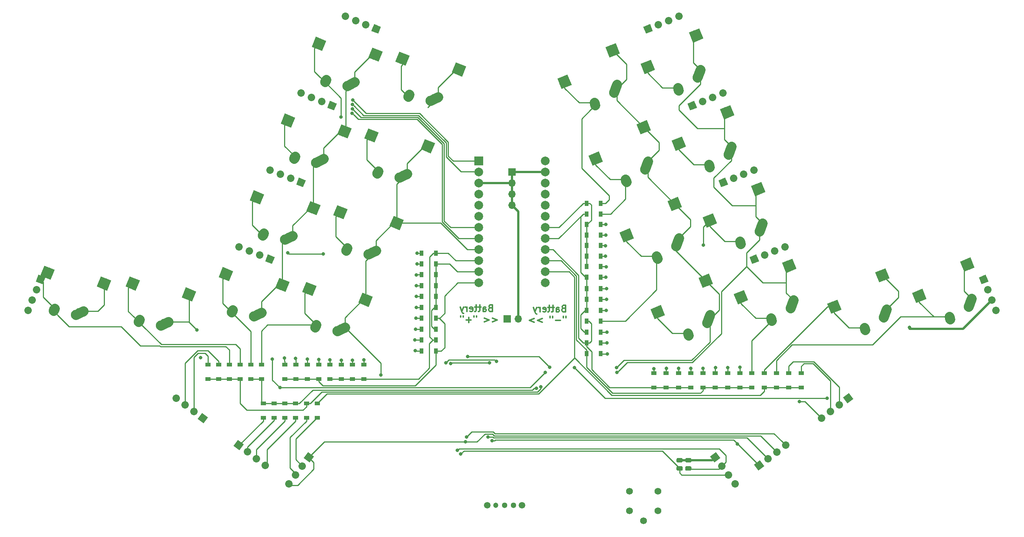
<source format=gbr>
G04 #@! TF.GenerationSoftware,KiCad,Pcbnew,(5.1.4)-1*
G04 #@! TF.CreationDate,2023-05-25T13:23:40-04:00*
G04 #@! TF.ProjectId,ThumbsUp,5468756d-6273-4557-902e-6b696361645f,rev?*
G04 #@! TF.SameCoordinates,Original*
G04 #@! TF.FileFunction,Copper,L2,Bot*
G04 #@! TF.FilePolarity,Positive*
%FSLAX46Y46*%
G04 Gerber Fmt 4.6, Leading zero omitted, Abs format (unit mm)*
G04 Created by KiCad (PCBNEW (5.1.4)-1) date 2023-05-25 13:23:40*
%MOMM*%
%LPD*%
G04 APERTURE LIST*
%ADD10C,0.300000*%
%ADD11R,2.000000X2.000000*%
%ADD12C,2.000000*%
%ADD13C,1.575000*%
%ADD14C,1.700000*%
%ADD15C,1.700000*%
%ADD16C,0.100000*%
%ADD17C,2.500000*%
%ADD18C,2.250000*%
%ADD19C,2.250000*%
%ADD20R,1.700000X1.700000*%
%ADD21O,1.700000X1.700000*%
%ADD22C,1.500000*%
%ADD23C,1.200000*%
%ADD24C,1.300000*%
%ADD25C,0.975000*%
%ADD26R,0.900000X1.200000*%
%ADD27R,1.200000X0.900000*%
%ADD28C,0.800000*%
%ADD29C,0.508000*%
%ADD30C,0.254000*%
G04 APERTURE END LIST*
D10*
X154278571Y-30817857D02*
X154064285Y-30889285D01*
X153992857Y-30960714D01*
X153921428Y-31103571D01*
X153921428Y-31317857D01*
X153992857Y-31460714D01*
X154064285Y-31532142D01*
X154207142Y-31603571D01*
X154778571Y-31603571D01*
X154778571Y-30103571D01*
X154278571Y-30103571D01*
X154135714Y-30175000D01*
X154064285Y-30246428D01*
X153992857Y-30389285D01*
X153992857Y-30532142D01*
X154064285Y-30675000D01*
X154135714Y-30746428D01*
X154278571Y-30817857D01*
X154778571Y-30817857D01*
X152635714Y-31603571D02*
X152635714Y-30817857D01*
X152707142Y-30675000D01*
X152850000Y-30603571D01*
X153135714Y-30603571D01*
X153278571Y-30675000D01*
X152635714Y-31532142D02*
X152778571Y-31603571D01*
X153135714Y-31603571D01*
X153278571Y-31532142D01*
X153350000Y-31389285D01*
X153350000Y-31246428D01*
X153278571Y-31103571D01*
X153135714Y-31032142D01*
X152778571Y-31032142D01*
X152635714Y-30960714D01*
X152135714Y-30603571D02*
X151564285Y-30603571D01*
X151921428Y-30103571D02*
X151921428Y-31389285D01*
X151850000Y-31532142D01*
X151707142Y-31603571D01*
X151564285Y-31603571D01*
X151278571Y-30603571D02*
X150707142Y-30603571D01*
X151064285Y-30103571D02*
X151064285Y-31389285D01*
X150992857Y-31532142D01*
X150850000Y-31603571D01*
X150707142Y-31603571D01*
X149635714Y-31532142D02*
X149778571Y-31603571D01*
X150064285Y-31603571D01*
X150207142Y-31532142D01*
X150278571Y-31389285D01*
X150278571Y-30817857D01*
X150207142Y-30675000D01*
X150064285Y-30603571D01*
X149778571Y-30603571D01*
X149635714Y-30675000D01*
X149564285Y-30817857D01*
X149564285Y-30960714D01*
X150278571Y-31103571D01*
X148921428Y-31603571D02*
X148921428Y-30603571D01*
X148921428Y-30889285D02*
X148850000Y-30746428D01*
X148778571Y-30675000D01*
X148635714Y-30603571D01*
X148492857Y-30603571D01*
X148135714Y-30603571D02*
X147778571Y-31603571D01*
X147421428Y-30603571D02*
X147778571Y-31603571D01*
X147921428Y-31960714D01*
X147992857Y-32032142D01*
X148135714Y-32103571D01*
X154814285Y-32653571D02*
X154814285Y-32939285D01*
X154242857Y-32653571D02*
X154242857Y-32939285D01*
X153600000Y-33582142D02*
X152457142Y-33582142D01*
X151814285Y-32653571D02*
X151814285Y-32939285D01*
X151242857Y-32653571D02*
X151242857Y-32939285D01*
X149457142Y-33153571D02*
X148314285Y-33582142D01*
X149457142Y-34010714D01*
X147600000Y-33153571D02*
X146457142Y-33582142D01*
X147600000Y-34010714D01*
X137507142Y-30717857D02*
X137292857Y-30789285D01*
X137221428Y-30860714D01*
X137150000Y-31003571D01*
X137150000Y-31217857D01*
X137221428Y-31360714D01*
X137292857Y-31432142D01*
X137435714Y-31503571D01*
X138007142Y-31503571D01*
X138007142Y-30003571D01*
X137507142Y-30003571D01*
X137364285Y-30075000D01*
X137292857Y-30146428D01*
X137221428Y-30289285D01*
X137221428Y-30432142D01*
X137292857Y-30575000D01*
X137364285Y-30646428D01*
X137507142Y-30717857D01*
X138007142Y-30717857D01*
X135864285Y-31503571D02*
X135864285Y-30717857D01*
X135935714Y-30575000D01*
X136078571Y-30503571D01*
X136364285Y-30503571D01*
X136507142Y-30575000D01*
X135864285Y-31432142D02*
X136007142Y-31503571D01*
X136364285Y-31503571D01*
X136507142Y-31432142D01*
X136578571Y-31289285D01*
X136578571Y-31146428D01*
X136507142Y-31003571D01*
X136364285Y-30932142D01*
X136007142Y-30932142D01*
X135864285Y-30860714D01*
X135364285Y-30503571D02*
X134792857Y-30503571D01*
X135150000Y-30003571D02*
X135150000Y-31289285D01*
X135078571Y-31432142D01*
X134935714Y-31503571D01*
X134792857Y-31503571D01*
X134507142Y-30503571D02*
X133935714Y-30503571D01*
X134292857Y-30003571D02*
X134292857Y-31289285D01*
X134221428Y-31432142D01*
X134078571Y-31503571D01*
X133935714Y-31503571D01*
X132864285Y-31432142D02*
X133007142Y-31503571D01*
X133292857Y-31503571D01*
X133435714Y-31432142D01*
X133507142Y-31289285D01*
X133507142Y-30717857D01*
X133435714Y-30575000D01*
X133292857Y-30503571D01*
X133007142Y-30503571D01*
X132864285Y-30575000D01*
X132792857Y-30717857D01*
X132792857Y-30860714D01*
X133507142Y-31003571D01*
X132150000Y-31503571D02*
X132150000Y-30503571D01*
X132150000Y-30789285D02*
X132078571Y-30646428D01*
X132007142Y-30575000D01*
X131864285Y-30503571D01*
X131721428Y-30503571D01*
X131364285Y-30503571D02*
X131007142Y-31503571D01*
X130650000Y-30503571D02*
X131007142Y-31503571D01*
X131150000Y-31860714D01*
X131221428Y-31932142D01*
X131364285Y-32003571D01*
X137971428Y-33053571D02*
X139114285Y-33482142D01*
X137971428Y-33910714D01*
X136114285Y-33053571D02*
X137257142Y-33482142D01*
X136114285Y-33910714D01*
X134328571Y-32553571D02*
X134328571Y-32839285D01*
X133757142Y-32553571D02*
X133757142Y-32839285D01*
X133114285Y-33482142D02*
X131971428Y-33482142D01*
X132542857Y-34053571D02*
X132542857Y-32910714D01*
X131328571Y-32553571D02*
X131328571Y-32839285D01*
X130757142Y-32553571D02*
X130757142Y-32839285D01*
D11*
X134880000Y2970000D03*
D12*
X134880000Y430000D03*
X134880000Y-2110000D03*
X134880000Y-4650000D03*
X134880000Y-7190000D03*
X134880000Y-9730000D03*
X134880000Y-12270000D03*
X134880000Y-14810000D03*
X134880000Y-17350000D03*
X134880000Y-19890000D03*
X134880000Y-22430000D03*
X134880000Y-24970000D03*
X150120000Y-24970000D03*
X150120000Y-22430000D03*
X150120000Y-19890000D03*
X150120000Y-17350000D03*
X150120000Y-14810000D03*
X150120000Y-12270000D03*
X150120000Y-9730000D03*
X150120000Y-7190000D03*
X150120000Y-4650000D03*
X150120000Y-2110000D03*
X150120000Y430000D03*
X150120000Y2970000D03*
D13*
X175900000Y-72800000D03*
X175900000Y-77300000D03*
X169400000Y-72800000D03*
X169400000Y-77300000D03*
X172650000Y-79550000D03*
D14*
X213460025Y-56037912D03*
D15*
X213460025Y-56037912D02*
X213460025Y-56037912D01*
D14*
X215488560Y-54509302D03*
D15*
X215488560Y-54509302D02*
X215488560Y-54509302D01*
D14*
X217517094Y-52980692D03*
D15*
X217517094Y-52980692D02*
X217517094Y-52980692D01*
D14*
X219545628Y-51452082D03*
D16*
G36*
X218355245Y-51284785D02*
G01*
X219712925Y-50261699D01*
X220736011Y-51619379D01*
X219378331Y-52642465D01*
X218355245Y-51284785D01*
X218355245Y-51284785D01*
G37*
D14*
X85936497Y-66811130D03*
D15*
X85936497Y-66811130D02*
X85936497Y-66811130D01*
D14*
X83907962Y-65282520D03*
D15*
X83907962Y-65282520D02*
X83907962Y-65282520D01*
D14*
X81879428Y-63753910D03*
D15*
X81879428Y-63753910D02*
X81879428Y-63753910D01*
D14*
X79850894Y-62225300D03*
D16*
G36*
X79683597Y-61034917D02*
G01*
X81041277Y-62058003D01*
X80018191Y-63415683D01*
X78660511Y-62392597D01*
X79683597Y-61034917D01*
X79683597Y-61034917D01*
G37*
D14*
X71590133Y-56039707D03*
D16*
G36*
X71422836Y-54849324D02*
G01*
X72780516Y-55872410D01*
X71757430Y-57230090D01*
X70399750Y-56207004D01*
X71422836Y-54849324D01*
X71422836Y-54849324D01*
G37*
D14*
X69561599Y-54511097D03*
D15*
X69561599Y-54511097D02*
X69561599Y-54511097D01*
D14*
X67533065Y-52982487D03*
D15*
X67533065Y-52982487D02*
X67533065Y-52982487D01*
D14*
X65504530Y-51453877D03*
D15*
X65504530Y-51453877D02*
X65504530Y-51453877D01*
D14*
X95944722Y-64961851D03*
D16*
G36*
X94754339Y-65129148D02*
G01*
X95777425Y-63771468D01*
X97135105Y-64794554D01*
X96112019Y-66152234D01*
X94754339Y-65129148D01*
X94754339Y-65129148D01*
G37*
D14*
X94416112Y-66990385D03*
D15*
X94416112Y-66990385D02*
X94416112Y-66990385D01*
D14*
X92887502Y-69018919D03*
D15*
X92887502Y-69018919D02*
X92887502Y-69018919D01*
D14*
X91358892Y-71047454D03*
D15*
X91358892Y-71047454D02*
X91358892Y-71047454D01*
D14*
X205191279Y-62229523D03*
D15*
X205191279Y-62229523D02*
X205191279Y-62229523D01*
D14*
X203162744Y-63758133D03*
D15*
X203162744Y-63758133D02*
X203162744Y-63758133D01*
D14*
X201134210Y-65286743D03*
D15*
X201134210Y-65286743D02*
X201134210Y-65286743D01*
D14*
X199105676Y-66815353D03*
D16*
G36*
X197915293Y-66648056D02*
G01*
X199272973Y-65624970D01*
X200296059Y-66982650D01*
X198938379Y-68005736D01*
X197915293Y-66648056D01*
X197915293Y-66648056D01*
G37*
D14*
X193667308Y-71063713D03*
D15*
X193667308Y-71063713D02*
X193667308Y-71063713D01*
D14*
X192138698Y-69035178D03*
D15*
X192138698Y-69035178D02*
X192138698Y-69035178D01*
D14*
X190610088Y-67006644D03*
D15*
X190610088Y-67006644D02*
X190610088Y-67006644D01*
D14*
X189081478Y-64978110D03*
D16*
G36*
X188914181Y-66168493D02*
G01*
X187891095Y-64810813D01*
X189248775Y-63787727D01*
X190271861Y-65145407D01*
X188914181Y-66168493D01*
X188914181Y-66168493D01*
G37*
D17*
X235830964Y-27949443D03*
D16*
G36*
X235117063Y-29586046D02*
G01*
X234180546Y-27268087D01*
X236544865Y-26312840D01*
X237481382Y-28630799D01*
X235117063Y-29586046D01*
X235117063Y-29586046D01*
G37*
D17*
X246865169Y-20751856D03*
D16*
G36*
X246151268Y-22388459D02*
G01*
X245214751Y-20070500D01*
X247579070Y-19115253D01*
X248515587Y-21433212D01*
X246151268Y-22388459D01*
X246151268Y-22388459D01*
G37*
D18*
X247167948Y-30422621D03*
X247501790Y-29500410D03*
D19*
X247835633Y-28578198D02*
X247167947Y-30422622D01*
D18*
X242899517Y-33311997D03*
X242809424Y-33035622D03*
D19*
X242719332Y-32759246D02*
X242899516Y-33311998D01*
D14*
X104289498Y36157443D03*
D15*
X104289498Y36157443D02*
X104289498Y36157443D01*
D14*
X106644545Y35205942D03*
D15*
X106644545Y35205942D02*
X106644545Y35205942D01*
D14*
X108999592Y34254442D03*
D15*
X108999592Y34254442D02*
X108999592Y34254442D01*
D14*
X111354639Y33302941D03*
D16*
G36*
X111824330Y32196419D02*
G01*
X110248117Y32833250D01*
X110884948Y34409463D01*
X112461161Y33772632D01*
X111824330Y32196419D01*
X111824330Y32196419D01*
G37*
D14*
X34433864Y-24192442D03*
D16*
G36*
X35540386Y-23722751D02*
G01*
X34903555Y-25298964D01*
X33327342Y-24662133D01*
X33964173Y-23085920D01*
X35540386Y-23722751D01*
X35540386Y-23722751D01*
G37*
D14*
X33482363Y-26547489D03*
D15*
X33482363Y-26547489D02*
X33482363Y-26547489D01*
D14*
X32530863Y-28902536D03*
D15*
X32530863Y-28902536D02*
X32530863Y-28902536D01*
D14*
X31579362Y-31257583D03*
D15*
X31579362Y-31257583D02*
X31579362Y-31257583D01*
D14*
X101237114Y15686447D03*
D16*
G36*
X101706805Y14579925D02*
G01*
X100130592Y15216756D01*
X100767423Y16792969D01*
X102343636Y16156138D01*
X101706805Y14579925D01*
X101706805Y14579925D01*
G37*
D14*
X98882067Y16637948D03*
D15*
X98882067Y16637948D02*
X98882067Y16637948D01*
D14*
X96527020Y17589448D03*
D15*
X96527020Y17589448D02*
X96527020Y17589448D01*
D14*
X94171973Y18540949D03*
D15*
X94171973Y18540949D02*
X94171973Y18540949D01*
D14*
X87002063Y-19546539D03*
D16*
G36*
X87471754Y-20653061D02*
G01*
X85895541Y-20016230D01*
X86532372Y-18440017D01*
X88108585Y-19076848D01*
X87471754Y-20653061D01*
X87471754Y-20653061D01*
G37*
D14*
X84647016Y-18595038D03*
D15*
X84647016Y-18595038D02*
X84647016Y-18595038D01*
D14*
X82291969Y-17643538D03*
D15*
X82291969Y-17643538D02*
X82291969Y-17643538D01*
D14*
X79936922Y-16692037D03*
D15*
X79936922Y-16692037D02*
X79936922Y-16692037D01*
D14*
X198013530Y-19544054D03*
D16*
G36*
X196907008Y-19074363D02*
G01*
X198483221Y-18437532D01*
X199120052Y-20013745D01*
X197543839Y-20650576D01*
X196907008Y-19074363D01*
X196907008Y-19074363D01*
G37*
D14*
X200368577Y-18592553D03*
D15*
X200368577Y-18592553D02*
X200368577Y-18592553D01*
D14*
X202723624Y-17641053D03*
D15*
X202723624Y-17641053D02*
X202723624Y-17641053D01*
D14*
X205078671Y-16689552D03*
D15*
X205078671Y-16689552D02*
X205078671Y-16689552D01*
D14*
X190896005Y-1927561D03*
D16*
G36*
X189789483Y-1457870D02*
G01*
X191365696Y-821039D01*
X192002527Y-2397252D01*
X190426314Y-3034083D01*
X189789483Y-1457870D01*
X189789483Y-1457870D01*
G37*
D14*
X193251052Y-976060D03*
D15*
X193251052Y-976060D02*
X193251052Y-976060D01*
D14*
X195606099Y-24560D03*
D15*
X195606099Y-24560D02*
X195606099Y-24560D01*
D14*
X197961146Y926941D03*
D15*
X197961146Y926941D02*
X197961146Y926941D01*
D14*
X173660955Y33305425D03*
D16*
G36*
X172554433Y33775116D02*
G01*
X174130646Y34411947D01*
X174767477Y32835734D01*
X173191264Y32198903D01*
X172554433Y33775116D01*
X172554433Y33775116D01*
G37*
D14*
X176016002Y34256926D03*
D15*
X176016002Y34256926D02*
X176016002Y34256926D01*
D14*
X178371049Y35208426D03*
D15*
X178371049Y35208426D02*
X178371049Y35208426D01*
D14*
X180726096Y36159927D03*
D15*
X180726096Y36159927D02*
X180726096Y36159927D01*
D14*
X250581730Y-24189957D03*
D16*
G36*
X251051421Y-23083435D02*
G01*
X251688252Y-24659648D01*
X250112039Y-25296479D01*
X249475208Y-23720266D01*
X251051421Y-23083435D01*
X251051421Y-23083435D01*
G37*
D14*
X251533231Y-26545004D03*
D15*
X251533231Y-26545004D02*
X251533231Y-26545004D01*
D14*
X252484731Y-28900051D03*
D15*
X252484731Y-28900051D02*
X252484731Y-28900051D01*
D14*
X253436232Y-31255098D03*
D15*
X253436232Y-31255098D02*
X253436232Y-31255098D01*
D14*
X94119589Y-1930046D03*
D16*
G36*
X94589280Y-3036568D02*
G01*
X93013067Y-2399737D01*
X93649898Y-823524D01*
X95226111Y-1460355D01*
X94589280Y-3036568D01*
X94589280Y-3036568D01*
G37*
D14*
X91764542Y-978545D03*
D15*
X91764542Y-978545D02*
X91764542Y-978545D01*
D14*
X89409495Y-27045D03*
D15*
X89409495Y-27045D02*
X89409495Y-27045D01*
D14*
X87054448Y924456D03*
D15*
X87054448Y924456D02*
X87054448Y924456D01*
D14*
X183778480Y15688932D03*
D16*
G36*
X182671958Y16158623D02*
G01*
X184248171Y16795454D01*
X184885002Y15219241D01*
X183308789Y14582410D01*
X182671958Y16158623D01*
X182671958Y16158623D01*
G37*
D14*
X186133527Y16640433D03*
D15*
X186133527Y16640433D02*
X186133527Y16640433D01*
D14*
X188488574Y17591933D03*
D15*
X188488574Y17591933D02*
X188488574Y17591933D01*
D14*
X190843621Y18543434D03*
D15*
X190843621Y18543434D02*
X190843621Y18543434D01*
D18*
X57022689Y-33631694D03*
D19*
X57149869Y-33370303D02*
X56895509Y-33893085D01*
D18*
X56895510Y-33893085D03*
X62853859Y-34348267D03*
D19*
X63734628Y-33916790D02*
X61973090Y-34779744D01*
D18*
X61973091Y-34779744D03*
D17*
X68473168Y-27612850D03*
D16*
G36*
X66822750Y-28294206D02*
G01*
X67759267Y-25976247D01*
X70123586Y-26931494D01*
X69187069Y-29249453D01*
X66822750Y-28294206D01*
X66822750Y-28294206D01*
G37*
D17*
X55535961Y-25125357D03*
D16*
G36*
X53885543Y-25806713D02*
G01*
X54822060Y-23488754D01*
X57186379Y-24444001D01*
X56249862Y-26761960D01*
X53885543Y-25806713D01*
X53885543Y-25806713D01*
G37*
D17*
X36046434Y-22643751D03*
D16*
G36*
X34396016Y-23325107D02*
G01*
X35332533Y-21007148D01*
X37696852Y-21962395D01*
X36760335Y-24280354D01*
X34396016Y-23325107D01*
X34396016Y-23325107D01*
G37*
D17*
X48983641Y-25131244D03*
D16*
G36*
X47333223Y-25812600D02*
G01*
X48269740Y-23494641D01*
X50634059Y-24449888D01*
X49697542Y-26767847D01*
X47333223Y-25812600D01*
X47333223Y-25812600D01*
G37*
D18*
X42483564Y-32298138D03*
X43364332Y-31866661D03*
D19*
X44245101Y-31435184D02*
X42483563Y-32298138D01*
D18*
X37405983Y-31411479D03*
X37533162Y-31150088D03*
D19*
X37660342Y-30888697D02*
X37405982Y-31411479D01*
D18*
X92620298Y3755605D03*
D19*
X92747478Y4016996D02*
X92493118Y3494214D01*
D18*
X92493119Y3494214D03*
X98451468Y3039032D03*
D19*
X99332237Y3470509D02*
X97570699Y2607555D01*
D18*
X97570700Y2607555D03*
D17*
X104070777Y9774449D03*
D16*
G36*
X102420359Y9093093D02*
G01*
X103356876Y11411052D01*
X105721195Y10455805D01*
X104784678Y8137846D01*
X102420359Y9093093D01*
X102420359Y9093093D01*
G37*
D17*
X91133570Y12261942D03*
D16*
G36*
X89483152Y11580586D02*
G01*
X90419669Y13898545D01*
X92783988Y12943298D01*
X91847471Y10625339D01*
X89483152Y11580586D01*
X89483152Y11580586D01*
G37*
D20*
X142500000Y500000D03*
D21*
X142500000Y-2040000D03*
X142500000Y-4580000D03*
X142500000Y-7120000D03*
D18*
X99737824Y21372099D03*
D19*
X99865004Y21633490D02*
X99610644Y21110708D01*
D18*
X99610645Y21110708D03*
X105568994Y20655526D03*
D19*
X106449763Y21087003D02*
X104688225Y20224049D01*
D18*
X104688226Y20224049D03*
D17*
X111188303Y27390943D03*
D16*
G36*
X109537885Y26709587D02*
G01*
X110474402Y29027546D01*
X112838721Y28072299D01*
X111902204Y25754340D01*
X109537885Y26709587D01*
X109537885Y26709587D01*
G37*
D17*
X98251096Y29878436D03*
D16*
G36*
X96600678Y29197080D02*
G01*
X97537195Y31515039D01*
X99901514Y30559792D01*
X98964997Y28241833D01*
X96600678Y29197080D01*
X96600678Y29197080D01*
G37*
D17*
X117366015Y26469646D03*
D16*
G36*
X115715597Y25788290D02*
G01*
X116652114Y28106249D01*
X119016433Y27151002D01*
X118079916Y24833043D01*
X115715597Y25788290D01*
X115715597Y25788290D01*
G37*
D17*
X130303222Y23982153D03*
D16*
G36*
X128652804Y23300797D02*
G01*
X129589321Y25618756D01*
X131953640Y24663509D01*
X131017123Y22345550D01*
X128652804Y23300797D01*
X128652804Y23300797D01*
G37*
D18*
X123803145Y16815259D03*
X124683913Y17246736D03*
D19*
X125564682Y17678213D02*
X123803144Y16815259D01*
D18*
X118725564Y17701918D03*
X118852743Y17963309D03*
D19*
X118979923Y18224700D02*
X118725563Y17701918D01*
D18*
X223319898Y-35517228D03*
D19*
X223229806Y-35240852D02*
X223409990Y-35793604D01*
D18*
X223409991Y-35793603D03*
X228012264Y-31982016D03*
D19*
X228346107Y-31059804D02*
X227678421Y-32904228D01*
D18*
X227678422Y-32904227D03*
D17*
X227375643Y-23233462D03*
D16*
G36*
X226661742Y-24870065D02*
G01*
X225725225Y-22552106D01*
X228089544Y-21596859D01*
X229026061Y-23914818D01*
X226661742Y-24870065D01*
X226661742Y-24870065D01*
G37*
D17*
X216341438Y-30431049D03*
D16*
G36*
X215627537Y-32067652D02*
G01*
X214691020Y-29749693D01*
X217055339Y-28794446D01*
X217991856Y-31112405D01*
X215627537Y-32067652D01*
X215627537Y-32067652D01*
G37*
D17*
X161628909Y3547461D03*
D16*
G36*
X160915008Y1910858D02*
G01*
X159978491Y4228817D01*
X162342810Y5184064D01*
X163279327Y2866105D01*
X160915008Y1910858D01*
X160915008Y1910858D01*
G37*
D17*
X172663114Y10745048D03*
D16*
G36*
X171949213Y9108445D02*
G01*
X171012696Y11426404D01*
X173377015Y12381651D01*
X174313532Y10063692D01*
X171949213Y9108445D01*
X171949213Y9108445D01*
G37*
D18*
X172965893Y1074283D03*
X173299735Y1996494D03*
D19*
X173633578Y2918706D02*
X172965892Y1074282D01*
D18*
X168697462Y-1815093D03*
X168607369Y-1538718D03*
D19*
X168517277Y-1262342D02*
X168697461Y-1815094D01*
D17*
X175863959Y-31685525D03*
D16*
G36*
X175150058Y-33322128D02*
G01*
X174213541Y-31004169D01*
X176577860Y-30048922D01*
X177514377Y-32366881D01*
X175150058Y-33322128D01*
X175150058Y-33322128D01*
G37*
D17*
X186898164Y-24487938D03*
D16*
G36*
X186184263Y-26124541D02*
G01*
X185247746Y-23806582D01*
X187612065Y-22851335D01*
X188548582Y-25169294D01*
X186184263Y-26124541D01*
X186184263Y-26124541D01*
G37*
D18*
X187200943Y-34158703D03*
X187534785Y-33236492D03*
D19*
X187868628Y-32314280D02*
X187200942Y-34158704D01*
D18*
X182932512Y-37048079D03*
X182842419Y-36771704D03*
D19*
X182752327Y-36495328D02*
X182932511Y-37048080D01*
D18*
X85502773Y-13860888D03*
D19*
X85629953Y-13599497D02*
X85375593Y-14122279D01*
D18*
X85375594Y-14122279D03*
X91333943Y-14577461D03*
D19*
X92214712Y-14145984D02*
X90453174Y-15008938D01*
D18*
X90453175Y-15008938D03*
D17*
X96953252Y-7842044D03*
D16*
G36*
X95302834Y-8523400D02*
G01*
X96239351Y-6205441D01*
X98603670Y-7160688D01*
X97667153Y-9478647D01*
X95302834Y-8523400D01*
X95302834Y-8523400D01*
G37*
D17*
X84016045Y-5354551D03*
D16*
G36*
X82365627Y-6035907D02*
G01*
X83302144Y-3717948D01*
X85666463Y-4673195D01*
X84729946Y-6991154D01*
X82365627Y-6035907D01*
X82365627Y-6035907D01*
G37*
D17*
X168746434Y-14069032D03*
D16*
G36*
X168032533Y-15705635D02*
G01*
X167096016Y-13387676D01*
X169460335Y-12432429D01*
X170396852Y-14750388D01*
X168032533Y-15705635D01*
X168032533Y-15705635D01*
G37*
D17*
X179780639Y-6871445D03*
D16*
G36*
X179066738Y-8508048D02*
G01*
X178130221Y-6190089D01*
X180494540Y-5234842D01*
X181431057Y-7552801D01*
X179066738Y-8508048D01*
X179066738Y-8508048D01*
G37*
D18*
X180083418Y-16542210D03*
X180417260Y-15619999D03*
D19*
X180751103Y-14697787D02*
X180083417Y-16542211D01*
D18*
X175814987Y-19431586D03*
X175724894Y-19155211D03*
D19*
X175634802Y-18878835D02*
X175814986Y-19431587D01*
D17*
X110248490Y8853152D03*
D16*
G36*
X108598072Y8171796D02*
G01*
X109534589Y10489755D01*
X111898908Y9534508D01*
X110962391Y7216549D01*
X108598072Y8171796D01*
X108598072Y8171796D01*
G37*
D17*
X123185697Y6365659D03*
D16*
G36*
X121535279Y5684303D02*
G01*
X122471796Y8002262D01*
X124836115Y7047015D01*
X123899598Y4729056D01*
X121535279Y5684303D01*
X121535279Y5684303D01*
G37*
D18*
X116685620Y-801235D03*
X117566388Y-369758D03*
D19*
X118447157Y61719D02*
X116685619Y-801235D01*
D18*
X111608039Y85424D03*
X111735218Y346815D03*
D19*
X111862398Y608206D02*
X111608038Y85424D01*
D18*
X194839814Y-15746421D03*
D19*
X194749722Y-15470045D02*
X194929906Y-16022797D01*
D18*
X194929907Y-16022796D03*
X199532180Y-12211209D03*
D19*
X199866023Y-11288997D02*
X199198337Y-13133421D01*
D18*
X199198338Y-13133420D03*
D17*
X198895559Y-3462655D03*
D16*
G36*
X198181658Y-5099258D02*
G01*
X197245141Y-2781299D01*
X199609460Y-1826052D01*
X200545977Y-4144011D01*
X198181658Y-5099258D01*
X198181658Y-5099258D01*
G37*
D17*
X187861354Y-10660242D03*
D16*
G36*
X187147453Y-12296845D02*
G01*
X186210936Y-9978886D01*
X188575255Y-9023639D01*
X189511772Y-11341598D01*
X187147453Y-12296845D01*
X187147453Y-12296845D01*
G37*
D17*
X103130965Y-8763341D03*
D16*
G36*
X101480547Y-9444697D02*
G01*
X102417064Y-7126738D01*
X104781383Y-8081985D01*
X103844866Y-10399944D01*
X101480547Y-9444697D01*
X101480547Y-9444697D01*
G37*
D17*
X116068172Y-11250834D03*
D16*
G36*
X114417754Y-11932190D02*
G01*
X115354271Y-9614231D01*
X117718590Y-10569478D01*
X116782073Y-12887437D01*
X114417754Y-11932190D01*
X114417754Y-11932190D01*
G37*
D18*
X109568095Y-18417728D03*
X110448863Y-17986251D03*
D19*
X111329632Y-17554774D02*
X109568094Y-18417728D01*
D18*
X104490514Y-17531069D03*
X104617693Y-17269678D03*
D19*
X104744873Y-17008287D02*
X104490513Y-17531069D01*
D18*
X78385248Y-31477381D03*
D19*
X78512428Y-31215990D02*
X78258068Y-31738772D01*
D18*
X78258069Y-31738772D03*
X84216418Y-32193954D03*
D19*
X85097187Y-31762477D02*
X83335649Y-32625431D01*
D18*
X83335650Y-32625431D03*
D17*
X89835727Y-25458537D03*
D16*
G36*
X88185309Y-26139893D02*
G01*
X89121826Y-23821934D01*
X91486145Y-24777181D01*
X90549628Y-27095140D01*
X88185309Y-26139893D01*
X88185309Y-26139893D01*
G37*
D17*
X76898520Y-22971044D03*
D16*
G36*
X75248102Y-23652400D02*
G01*
X76184619Y-21334441D01*
X78548938Y-22289688D01*
X77612421Y-24607647D01*
X75248102Y-23652400D01*
X75248102Y-23652400D01*
G37*
D17*
X96013439Y-26379834D03*
D16*
G36*
X94363021Y-27061190D02*
G01*
X95299538Y-24743231D01*
X97663857Y-25698478D01*
X96727340Y-28016437D01*
X94363021Y-27061190D01*
X94363021Y-27061190D01*
G37*
D17*
X108950646Y-28867327D03*
D16*
G36*
X107300228Y-29548683D02*
G01*
X108236745Y-27230724D01*
X110601064Y-28185971D01*
X109664547Y-30503930D01*
X107300228Y-29548683D01*
X107300228Y-29548683D01*
G37*
D18*
X102450569Y-36034221D03*
X103331337Y-35602744D03*
D19*
X104212106Y-35171267D02*
X102450568Y-36034221D01*
D18*
X97372988Y-35147562D03*
X97500167Y-34886171D03*
D19*
X97627347Y-34624780D02*
X97372987Y-35147562D01*
D18*
X187722288Y1870072D03*
D19*
X187632196Y2146448D02*
X187812380Y1593696D01*
D18*
X187812381Y1593697D03*
X192414654Y5405284D03*
D19*
X192748497Y6327496D02*
X192080811Y4483072D01*
D18*
X192080812Y4483073D03*
D17*
X191778033Y14153838D03*
D16*
G36*
X191064132Y12517235D02*
G01*
X190127615Y14835194D01*
X192491934Y15790441D01*
X193428451Y13472482D01*
X191064132Y12517235D01*
X191064132Y12517235D01*
G37*
D17*
X180743828Y6956251D03*
D16*
G36*
X180029927Y5319648D02*
G01*
X179093410Y7637607D01*
X181457729Y8592854D01*
X182394246Y6274895D01*
X180029927Y5319648D01*
X180029927Y5319648D01*
G37*
D18*
X201957339Y-33362914D03*
D19*
X201867247Y-33086538D02*
X202047431Y-33639290D01*
D18*
X202047432Y-33639289D03*
X206649705Y-29827702D03*
D19*
X206983548Y-28905490D02*
X206315862Y-30749914D01*
D18*
X206315863Y-30749913D03*
D17*
X206013084Y-21079148D03*
D16*
G36*
X205299183Y-22715751D02*
G01*
X204362666Y-20397792D01*
X206726985Y-19442545D01*
X207663502Y-21760504D01*
X205299183Y-22715751D01*
X205299183Y-22715751D01*
G37*
D17*
X194978879Y-28276735D03*
D16*
G36*
X194264978Y-29913338D02*
G01*
X193328461Y-27595379D01*
X195692780Y-26640132D01*
X196629297Y-28958091D01*
X194264978Y-29913338D01*
X194264978Y-29913338D01*
G37*
D18*
X180604763Y19486565D03*
D19*
X180514671Y19762941D02*
X180694855Y19210189D01*
D18*
X180694856Y19210190D03*
X185297129Y23021777D03*
D19*
X185630972Y23943989D02*
X184963286Y22099565D01*
D18*
X184963287Y22099566D03*
D17*
X184660508Y31770331D03*
D16*
G36*
X183946607Y30133728D02*
G01*
X183010090Y32451687D01*
X185374409Y33406934D01*
X186310926Y31088975D01*
X183946607Y30133728D01*
X183946607Y30133728D01*
G37*
D17*
X173626303Y24572744D03*
D16*
G36*
X172912402Y22936141D02*
G01*
X171975885Y25254100D01*
X174340204Y26209347D01*
X175276721Y23891388D01*
X172912402Y22936141D01*
X172912402Y22936141D01*
G37*
D17*
X154511384Y21163955D03*
D16*
G36*
X153797483Y19527352D02*
G01*
X152860966Y21845311D01*
X155225285Y22800558D01*
X156161802Y20482599D01*
X153797483Y19527352D01*
X153797483Y19527352D01*
G37*
D17*
X165545589Y28361542D03*
D16*
G36*
X164831688Y26724939D02*
G01*
X163895171Y29042898D01*
X166259490Y29998145D01*
X167196007Y27680186D01*
X164831688Y26724939D01*
X164831688Y26724939D01*
G37*
D18*
X165848368Y18690777D03*
X166182210Y19612988D03*
D19*
X166516053Y20535200D02*
X165848367Y18690776D01*
D18*
X161579937Y15801401D03*
X161489844Y16077776D03*
D19*
X161399752Y16354152D02*
X161579936Y15801400D01*
D22*
X136800000Y-76000000D03*
X144800000Y-76000000D03*
D23*
X138800000Y-76000000D03*
D24*
X140800000Y-76000000D03*
X142800000Y-76000000D03*
D16*
G36*
X183380142Y-67051174D02*
G01*
X183403803Y-67054684D01*
X183427007Y-67060496D01*
X183449529Y-67068554D01*
X183471153Y-67078782D01*
X183491670Y-67091079D01*
X183510883Y-67105329D01*
X183528607Y-67121393D01*
X183544671Y-67139117D01*
X183558921Y-67158330D01*
X183571218Y-67178847D01*
X183581446Y-67200471D01*
X183589504Y-67222993D01*
X183595316Y-67246197D01*
X183598826Y-67269858D01*
X183600000Y-67293750D01*
X183600000Y-67781250D01*
X183598826Y-67805142D01*
X183595316Y-67828803D01*
X183589504Y-67852007D01*
X183581446Y-67874529D01*
X183571218Y-67896153D01*
X183558921Y-67916670D01*
X183544671Y-67935883D01*
X183528607Y-67953607D01*
X183510883Y-67969671D01*
X183491670Y-67983921D01*
X183471153Y-67996218D01*
X183449529Y-68006446D01*
X183427007Y-68014504D01*
X183403803Y-68020316D01*
X183380142Y-68023826D01*
X183356250Y-68025000D01*
X182443750Y-68025000D01*
X182419858Y-68023826D01*
X182396197Y-68020316D01*
X182372993Y-68014504D01*
X182350471Y-68006446D01*
X182328847Y-67996218D01*
X182308330Y-67983921D01*
X182289117Y-67969671D01*
X182271393Y-67953607D01*
X182255329Y-67935883D01*
X182241079Y-67916670D01*
X182228782Y-67896153D01*
X182218554Y-67874529D01*
X182210496Y-67852007D01*
X182204684Y-67828803D01*
X182201174Y-67805142D01*
X182200000Y-67781250D01*
X182200000Y-67293750D01*
X182201174Y-67269858D01*
X182204684Y-67246197D01*
X182210496Y-67222993D01*
X182218554Y-67200471D01*
X182228782Y-67178847D01*
X182241079Y-67158330D01*
X182255329Y-67139117D01*
X182271393Y-67121393D01*
X182289117Y-67105329D01*
X182308330Y-67091079D01*
X182328847Y-67078782D01*
X182350471Y-67068554D01*
X182372993Y-67060496D01*
X182396197Y-67054684D01*
X182419858Y-67051174D01*
X182443750Y-67050000D01*
X183356250Y-67050000D01*
X183380142Y-67051174D01*
X183380142Y-67051174D01*
G37*
D25*
X182900000Y-67537500D03*
D16*
G36*
X183380142Y-65176174D02*
G01*
X183403803Y-65179684D01*
X183427007Y-65185496D01*
X183449529Y-65193554D01*
X183471153Y-65203782D01*
X183491670Y-65216079D01*
X183510883Y-65230329D01*
X183528607Y-65246393D01*
X183544671Y-65264117D01*
X183558921Y-65283330D01*
X183571218Y-65303847D01*
X183581446Y-65325471D01*
X183589504Y-65347993D01*
X183595316Y-65371197D01*
X183598826Y-65394858D01*
X183600000Y-65418750D01*
X183600000Y-65906250D01*
X183598826Y-65930142D01*
X183595316Y-65953803D01*
X183589504Y-65977007D01*
X183581446Y-65999529D01*
X183571218Y-66021153D01*
X183558921Y-66041670D01*
X183544671Y-66060883D01*
X183528607Y-66078607D01*
X183510883Y-66094671D01*
X183491670Y-66108921D01*
X183471153Y-66121218D01*
X183449529Y-66131446D01*
X183427007Y-66139504D01*
X183403803Y-66145316D01*
X183380142Y-66148826D01*
X183356250Y-66150000D01*
X182443750Y-66150000D01*
X182419858Y-66148826D01*
X182396197Y-66145316D01*
X182372993Y-66139504D01*
X182350471Y-66131446D01*
X182328847Y-66121218D01*
X182308330Y-66108921D01*
X182289117Y-66094671D01*
X182271393Y-66078607D01*
X182255329Y-66060883D01*
X182241079Y-66041670D01*
X182228782Y-66021153D01*
X182218554Y-65999529D01*
X182210496Y-65977007D01*
X182204684Y-65953803D01*
X182201174Y-65930142D01*
X182200000Y-65906250D01*
X182200000Y-65418750D01*
X182201174Y-65394858D01*
X182204684Y-65371197D01*
X182210496Y-65347993D01*
X182218554Y-65325471D01*
X182228782Y-65303847D01*
X182241079Y-65283330D01*
X182255329Y-65264117D01*
X182271393Y-65246393D01*
X182289117Y-65230329D01*
X182308330Y-65216079D01*
X182328847Y-65203782D01*
X182350471Y-65193554D01*
X182372993Y-65185496D01*
X182396197Y-65179684D01*
X182419858Y-65176174D01*
X182443750Y-65175000D01*
X183356250Y-65175000D01*
X183380142Y-65176174D01*
X183380142Y-65176174D01*
G37*
D25*
X182900000Y-65662500D03*
D16*
G36*
X181380142Y-65176174D02*
G01*
X181403803Y-65179684D01*
X181427007Y-65185496D01*
X181449529Y-65193554D01*
X181471153Y-65203782D01*
X181491670Y-65216079D01*
X181510883Y-65230329D01*
X181528607Y-65246393D01*
X181544671Y-65264117D01*
X181558921Y-65283330D01*
X181571218Y-65303847D01*
X181581446Y-65325471D01*
X181589504Y-65347993D01*
X181595316Y-65371197D01*
X181598826Y-65394858D01*
X181600000Y-65418750D01*
X181600000Y-65906250D01*
X181598826Y-65930142D01*
X181595316Y-65953803D01*
X181589504Y-65977007D01*
X181581446Y-65999529D01*
X181571218Y-66021153D01*
X181558921Y-66041670D01*
X181544671Y-66060883D01*
X181528607Y-66078607D01*
X181510883Y-66094671D01*
X181491670Y-66108921D01*
X181471153Y-66121218D01*
X181449529Y-66131446D01*
X181427007Y-66139504D01*
X181403803Y-66145316D01*
X181380142Y-66148826D01*
X181356250Y-66150000D01*
X180443750Y-66150000D01*
X180419858Y-66148826D01*
X180396197Y-66145316D01*
X180372993Y-66139504D01*
X180350471Y-66131446D01*
X180328847Y-66121218D01*
X180308330Y-66108921D01*
X180289117Y-66094671D01*
X180271393Y-66078607D01*
X180255329Y-66060883D01*
X180241079Y-66041670D01*
X180228782Y-66021153D01*
X180218554Y-65999529D01*
X180210496Y-65977007D01*
X180204684Y-65953803D01*
X180201174Y-65930142D01*
X180200000Y-65906250D01*
X180200000Y-65418750D01*
X180201174Y-65394858D01*
X180204684Y-65371197D01*
X180210496Y-65347993D01*
X180218554Y-65325471D01*
X180228782Y-65303847D01*
X180241079Y-65283330D01*
X180255329Y-65264117D01*
X180271393Y-65246393D01*
X180289117Y-65230329D01*
X180308330Y-65216079D01*
X180328847Y-65203782D01*
X180350471Y-65193554D01*
X180372993Y-65185496D01*
X180396197Y-65179684D01*
X180419858Y-65176174D01*
X180443750Y-65175000D01*
X181356250Y-65175000D01*
X181380142Y-65176174D01*
X181380142Y-65176174D01*
G37*
D25*
X180900000Y-65662500D03*
D16*
G36*
X181380142Y-67051174D02*
G01*
X181403803Y-67054684D01*
X181427007Y-67060496D01*
X181449529Y-67068554D01*
X181471153Y-67078782D01*
X181491670Y-67091079D01*
X181510883Y-67105329D01*
X181528607Y-67121393D01*
X181544671Y-67139117D01*
X181558921Y-67158330D01*
X181571218Y-67178847D01*
X181581446Y-67200471D01*
X181589504Y-67222993D01*
X181595316Y-67246197D01*
X181598826Y-67269858D01*
X181600000Y-67293750D01*
X181600000Y-67781250D01*
X181598826Y-67805142D01*
X181595316Y-67828803D01*
X181589504Y-67852007D01*
X181581446Y-67874529D01*
X181571218Y-67896153D01*
X181558921Y-67916670D01*
X181544671Y-67935883D01*
X181528607Y-67953607D01*
X181510883Y-67969671D01*
X181491670Y-67983921D01*
X181471153Y-67996218D01*
X181449529Y-68006446D01*
X181427007Y-68014504D01*
X181403803Y-68020316D01*
X181380142Y-68023826D01*
X181356250Y-68025000D01*
X180443750Y-68025000D01*
X180419858Y-68023826D01*
X180396197Y-68020316D01*
X180372993Y-68014504D01*
X180350471Y-68006446D01*
X180328847Y-67996218D01*
X180308330Y-67983921D01*
X180289117Y-67969671D01*
X180271393Y-67953607D01*
X180255329Y-67935883D01*
X180241079Y-67916670D01*
X180228782Y-67896153D01*
X180218554Y-67874529D01*
X180210496Y-67852007D01*
X180204684Y-67828803D01*
X180201174Y-67805142D01*
X180200000Y-67781250D01*
X180200000Y-67293750D01*
X180201174Y-67269858D01*
X180204684Y-67246197D01*
X180210496Y-67222993D01*
X180218554Y-67200471D01*
X180228782Y-67178847D01*
X180241079Y-67158330D01*
X180255329Y-67139117D01*
X180271393Y-67121393D01*
X180289117Y-67105329D01*
X180308330Y-67091079D01*
X180328847Y-67078782D01*
X180350471Y-67068554D01*
X180372993Y-67060496D01*
X180396197Y-67054684D01*
X180419858Y-67051174D01*
X180443750Y-67050000D01*
X181356250Y-67050000D01*
X181380142Y-67051174D01*
X181380142Y-67051174D01*
G37*
D25*
X180900000Y-67537500D03*
D21*
X143940000Y-33200000D03*
D20*
X141400000Y-33200000D03*
D26*
X162850000Y-11600000D03*
X159550000Y-11600000D03*
X162850000Y-14000000D03*
X159550000Y-14000000D03*
X162850000Y-16400000D03*
X159550000Y-16400000D03*
X162850000Y-18800000D03*
X159550000Y-18800000D03*
X162850000Y-21250000D03*
X159550000Y-21250000D03*
D27*
X97900000Y-52650000D03*
X97900000Y-55950000D03*
D26*
X162850000Y-6700000D03*
X159550000Y-6700000D03*
D27*
X95400000Y-55950000D03*
X95400000Y-52650000D03*
D26*
X121750000Y-20650000D03*
X125050000Y-20650000D03*
X121750000Y-35600000D03*
X125050000Y-35600000D03*
X121750000Y-23098888D03*
X125050000Y-23098888D03*
X121750000Y-25597776D03*
X125050000Y-25597776D03*
X121750000Y-28096664D03*
X125050000Y-28096664D03*
X121750000Y-30595552D03*
X125050000Y-30595552D03*
D27*
X203111530Y-45650000D03*
X203111530Y-48950000D03*
X200292300Y-45650000D03*
X200292300Y-48950000D03*
X186276920Y-48950000D03*
X186276920Y-45650000D03*
X189096150Y-48950000D03*
X189096150Y-45650000D03*
X191915380Y-48950000D03*
X191915380Y-45650000D03*
X194734610Y-48950000D03*
X194734610Y-45650000D03*
X175000000Y-48950000D03*
X175000000Y-45650000D03*
X177819230Y-48950000D03*
X177819230Y-45650000D03*
X180638460Y-48950000D03*
X180638460Y-45650000D03*
X183457690Y-48950000D03*
X183457690Y-45650000D03*
D26*
X162850000Y-23700000D03*
X159550000Y-23700000D03*
X162850000Y-26250000D03*
X159550000Y-26250000D03*
X162850000Y-28750000D03*
X159550000Y-28750000D03*
X162850000Y-31250000D03*
X159550000Y-31250000D03*
D27*
X208750000Y-45650000D03*
X208750000Y-48950000D03*
X205930760Y-45650000D03*
X205930760Y-48950000D03*
X197473070Y-45650000D03*
X197473070Y-48950000D03*
D26*
X162850000Y-38712500D03*
X159550000Y-38712500D03*
X162850000Y-36250000D03*
X159550000Y-36250000D03*
X162850000Y-41200000D03*
X159550000Y-41200000D03*
X162850000Y-33750000D03*
X159550000Y-33750000D03*
X162850000Y-9150000D03*
X159550000Y-9150000D03*
D27*
X85054545Y-43700000D03*
X85054545Y-47000000D03*
D26*
X121750000Y-33100000D03*
X125050000Y-33100000D03*
X121750000Y-18150000D03*
X125050000Y-18150000D03*
D27*
X75272729Y-43700000D03*
X75272729Y-47000000D03*
X72827275Y-43700000D03*
X72827275Y-47000000D03*
X82609091Y-43700000D03*
X82609091Y-47000000D03*
D26*
X121750000Y-40590000D03*
X125050000Y-40590000D03*
X121750000Y-38100000D03*
X125050000Y-38100000D03*
D27*
X77718183Y-43700000D03*
X77718183Y-47000000D03*
X80163637Y-43700000D03*
X80163637Y-47000000D03*
X85527270Y-52650000D03*
X85527270Y-55950000D03*
X87972733Y-52650000D03*
X87972733Y-55950000D03*
X90418187Y-52650000D03*
X90418187Y-55950000D03*
X92863641Y-52650000D03*
X92863641Y-55950000D03*
X98200000Y-43700000D03*
X98200000Y-47000000D03*
X95600000Y-43700000D03*
X95600000Y-47000000D03*
X93000000Y-43700000D03*
X93000000Y-47000000D03*
X90400000Y-43700000D03*
X90400000Y-47000000D03*
X108550000Y-43700000D03*
X108550000Y-47000000D03*
X105950000Y-43700000D03*
X105950000Y-47000000D03*
X103350000Y-43700000D03*
X103350000Y-47000000D03*
X100750000Y-43700000D03*
X100750000Y-47000000D03*
D28*
X233611994Y-35163996D03*
X100750000Y-42650000D03*
X103350000Y-42700000D03*
X105950000Y-42750000D03*
X108550000Y-42650000D03*
X90350000Y-42200000D03*
X92900000Y-42300000D03*
X95600000Y-42450000D03*
X98200000Y-42550000D03*
X120250000Y-38100000D03*
X99250000Y-18300000D03*
X91100000Y-18050002D03*
X120299984Y-40550000D03*
X120750000Y-18150000D03*
X120500000Y-33100000D03*
X164300000Y-41300000D03*
X164250000Y-36250000D03*
X164237500Y-38712500D03*
X186310969Y-16300000D03*
X164050000Y-31300000D03*
X164150000Y-28750000D03*
X164150000Y-26250000D03*
X164000000Y-23700000D03*
X183450000Y-44550000D03*
X180650000Y-44600000D03*
X177850000Y-44600000D03*
X175000000Y-44650000D03*
X106004398Y16989730D03*
X94171973Y18540949D03*
X70250000Y-35750000D03*
X137911322Y-61198391D03*
X127350000Y-43300000D03*
X138950000Y-42999998D03*
X71150000Y-42150000D03*
X194100000Y-61900000D03*
X105894355Y15995801D03*
X96527020Y17589448D03*
X137000000Y-60350000D03*
X137350000Y-43350000D03*
X128399039Y-43449041D03*
X105905647Y14956361D03*
X131800000Y-61450002D03*
X105847170Y13958060D03*
X132100000Y-60300000D03*
X112450000Y-46139030D03*
X132300000Y-41900000D03*
X166450000Y-44400000D03*
X151150000Y-44350000D03*
X156800000Y-44400000D03*
X214700000Y-51400008D03*
X87550000Y-42500000D03*
X166550000Y-45550000D03*
X150120000Y-45550002D03*
X89300000Y-48999998D03*
X208400000Y-52200000D03*
X130750000Y-64250000D03*
X129950000Y-63400000D03*
X148100000Y-49150000D03*
X149100000Y-48800000D03*
X120550000Y-30650000D03*
X120600000Y-28100000D03*
X120552224Y-25597776D03*
X120600000Y-23150000D03*
X120392216Y-35592216D03*
X103300000Y13050000D03*
X120700000Y-20650000D03*
X164050000Y-21300000D03*
X163950000Y-18800000D03*
X163950000Y-16450000D03*
X164000000Y-14000000D03*
X164000000Y-11600000D03*
X194750000Y-44350000D03*
X191900000Y-44400000D03*
X189100000Y-44400000D03*
X186277049Y-44589041D03*
D29*
X142570000Y430000D02*
X142500000Y500000D01*
X150120000Y430000D02*
X142570000Y430000D01*
X134950000Y-2040000D02*
X134880000Y-2110000D01*
X142500000Y-2040000D02*
X134950000Y-2040000D01*
X233611994Y-35540000D02*
X233611994Y-35163996D01*
X245844782Y-35540000D02*
X233611994Y-35540000D01*
X252484731Y-28900051D02*
X245844782Y-35540000D01*
X142500000Y500000D02*
X142500000Y-7120000D01*
X143940000Y-8560000D02*
X143940000Y-33200000D01*
X142500000Y-7120000D02*
X143940000Y-8560000D01*
D30*
X100750000Y-43700000D02*
X100750000Y-42996000D01*
X100750000Y-42996000D02*
X100750000Y-42650000D01*
X103350000Y-43700000D02*
X103350000Y-42996000D01*
X103350000Y-42996000D02*
X103350000Y-42700000D01*
X105950000Y-43700000D02*
X105950000Y-42750000D01*
X108550000Y-43700000D02*
X108550000Y-42996000D01*
X108550000Y-42996000D02*
X108550000Y-42650000D01*
X90400000Y-42996000D02*
X90350000Y-42946000D01*
X90400000Y-43700000D02*
X90400000Y-42996000D01*
X90350000Y-42946000D02*
X90350000Y-42200000D01*
X93000000Y-43700000D02*
X93000000Y-42400000D01*
X93000000Y-42400000D02*
X92900000Y-42300000D01*
X95600000Y-43700000D02*
X95600000Y-42996000D01*
X95600000Y-42996000D02*
X95600000Y-42450000D01*
X98200000Y-43700000D02*
X98200000Y-42550000D01*
X86350000Y-66397627D02*
X85936497Y-66811130D01*
X86350000Y-63167641D02*
X86350000Y-66397627D01*
X92863641Y-55950000D02*
X92863641Y-56654000D01*
X92863641Y-56654000D02*
X86350000Y-63167641D01*
X83907962Y-63164225D02*
X83907962Y-64080439D01*
X83907962Y-64080439D02*
X83907962Y-65282520D01*
X90418187Y-56654000D02*
X83907962Y-63164225D01*
X90418187Y-55950000D02*
X90418187Y-56654000D01*
X81879428Y-62612241D02*
X81879428Y-63753910D01*
X87972733Y-55950000D02*
X87972733Y-56518936D01*
X87972733Y-56518936D02*
X81879428Y-62612241D01*
X79955970Y-62225300D02*
X79850894Y-62225300D01*
X85527270Y-56654000D02*
X79955970Y-62225300D01*
X85527270Y-55950000D02*
X85527270Y-56654000D01*
X55770511Y-32768086D02*
X56895510Y-33893085D01*
X54505036Y-31502611D02*
X55770511Y-32768086D01*
X54505036Y-26156282D02*
X54505036Y-31502611D01*
X55535961Y-25125357D02*
X54505036Y-26156282D01*
X58020509Y-35018084D02*
X56895510Y-33893085D01*
X62102425Y-39100000D02*
X58020509Y-35018084D01*
X79150000Y-39100000D02*
X62102425Y-39100000D01*
X80163637Y-43700000D02*
X80163637Y-40113637D01*
X80163637Y-40113637D02*
X79150000Y-39100000D01*
X34497743Y-24192442D02*
X36046434Y-22643751D01*
X34433864Y-24192442D02*
X34497743Y-24192442D01*
X35050000Y-24808578D02*
X34433864Y-24192442D01*
X37660342Y-30888697D02*
X35050000Y-28278355D01*
X35050000Y-28278355D02*
X35050000Y-24808578D01*
X61914367Y-39554010D02*
X61764367Y-39404010D01*
X77718183Y-43700000D02*
X77718183Y-40368183D01*
X77718183Y-40368183D02*
X76904011Y-39554011D01*
X40994504Y-35000000D02*
X38530982Y-32536478D01*
X38530982Y-32536478D02*
X37405983Y-31411479D01*
X57354010Y-39404010D02*
X52950000Y-35000000D01*
X61764367Y-39404010D02*
X57354010Y-39404010D01*
X52950000Y-35000000D02*
X40994504Y-35000000D01*
X76904011Y-39554011D02*
X61914367Y-39554010D01*
X121741104Y-38100000D02*
X120815685Y-38100000D01*
X120815685Y-38100000D02*
X120250000Y-38100000D01*
X121750000Y-38091104D02*
X121741104Y-38100000D01*
X90360000Y6404474D02*
X92747478Y4016996D01*
X91133570Y12261942D02*
X90360000Y11488372D01*
X90360000Y11488372D02*
X90360000Y6404474D01*
X84250595Y-12997280D02*
X85375594Y-14122279D01*
X82985120Y-11731805D02*
X84250595Y-12997280D01*
X82985120Y-6385476D02*
X82985120Y-11731805D01*
X84016045Y-5354551D02*
X82985120Y-6385476D01*
X99250000Y-18300000D02*
X91349998Y-18300000D01*
X91349998Y-18300000D02*
X91100000Y-18050002D01*
X121750000Y-40590000D02*
X120339984Y-40590000D01*
X120339984Y-40590000D02*
X120299984Y-40550000D01*
X82609091Y-36089794D02*
X78258069Y-31738772D01*
X82609091Y-43700000D02*
X82609091Y-36089794D01*
X77133070Y-30613773D02*
X78258069Y-31738772D01*
X76230000Y-29710703D02*
X77133070Y-30613773D01*
X76898520Y-22971044D02*
X76230000Y-23639564D01*
X76230000Y-23639564D02*
X76230000Y-29710703D01*
X69561599Y-42012439D02*
X69561599Y-53309016D01*
X72158961Y-41082999D02*
X70491039Y-41082999D01*
X69561599Y-53309016D02*
X69561599Y-54511097D01*
X72827275Y-43700000D02*
X72827275Y-41751313D01*
X72827275Y-41751313D02*
X72158961Y-41082999D01*
X70491039Y-41082999D02*
X69561599Y-42012439D01*
X75272729Y-42996000D02*
X72795718Y-40518989D01*
X67533065Y-43398905D02*
X67533065Y-51780406D01*
X70412981Y-40518989D02*
X67533065Y-43398905D01*
X67533065Y-51780406D02*
X67533065Y-52982487D01*
X75272729Y-43700000D02*
X75272729Y-42996000D01*
X72795718Y-40518989D02*
X70412981Y-40518989D01*
X109217565Y3253039D02*
X111862398Y608206D01*
X109217565Y7822227D02*
X109217565Y3253039D01*
X110248490Y8853152D02*
X109217565Y7822227D01*
X121750000Y-18150000D02*
X120750000Y-18150000D01*
X102100040Y-14363454D02*
X104744873Y-17008287D01*
X102100040Y-9794266D02*
X102100040Y-14363454D01*
X103130965Y-8763341D02*
X102100040Y-9794266D01*
X121750000Y-33100000D02*
X121046000Y-33100000D01*
X121046000Y-33100000D02*
X120500000Y-33100000D01*
X94982514Y-31979947D02*
X97627347Y-34624780D01*
X94982514Y-27410759D02*
X94982514Y-31979947D01*
X96013439Y-26379834D02*
X94982514Y-27410759D01*
X85054545Y-36045455D02*
X85054545Y-43700000D01*
X97627347Y-34624780D02*
X86475220Y-34624780D01*
X86475220Y-34624780D02*
X85054545Y-36045455D01*
X161628909Y2099293D02*
X161628909Y3547461D01*
X164990544Y-1262342D02*
X161628909Y2099293D01*
X168517277Y-1262342D02*
X164990544Y-1262342D01*
X168517277Y-5732723D02*
X168517277Y-1262342D01*
X162850000Y-9150000D02*
X165100000Y-9150000D01*
X165100000Y-9150000D02*
X168517277Y-5732723D01*
X168746434Y-15517200D02*
X168746434Y-14069032D01*
X172108069Y-18878835D02*
X168746434Y-15517200D01*
X175634802Y-18878835D02*
X172108069Y-18878835D01*
X175634802Y-26565198D02*
X175634802Y-18878835D01*
X162850000Y-33750000D02*
X168450000Y-33750000D01*
X168450000Y-33750000D02*
X175634802Y-26565198D01*
X175863959Y-33133693D02*
X175863959Y-31685525D01*
X179225594Y-36495328D02*
X175863959Y-33133693D01*
X182752327Y-36495328D02*
X179225594Y-36495328D01*
X162900000Y-41300000D02*
X163604000Y-41300000D01*
X163604000Y-41300000D02*
X164300000Y-41300000D01*
X180743828Y5508083D02*
X180743828Y6956251D01*
X184105463Y2146448D02*
X180743828Y5508083D01*
X187632196Y2146448D02*
X184105463Y2146448D01*
X162900000Y-36250000D02*
X163604000Y-36250000D01*
X163604000Y-36250000D02*
X164250000Y-36250000D01*
X187861354Y-12108410D02*
X187861354Y-10660242D01*
X191222989Y-15470045D02*
X187861354Y-12108410D01*
X194749722Y-15470045D02*
X191222989Y-15470045D01*
X162900000Y-38712500D02*
X164237500Y-38712500D01*
X186350000Y-12171596D02*
X187861354Y-10660242D01*
X186310969Y-16300000D02*
X186350000Y-16260969D01*
X186350000Y-16260969D02*
X186350000Y-12171596D01*
X197473070Y-38213651D02*
X202047432Y-33639289D01*
X197473070Y-45650000D02*
X197473070Y-38213651D01*
X194978879Y-29724903D02*
X194978879Y-28276735D01*
X198340514Y-33086538D02*
X194978879Y-29724903D01*
X201867247Y-33086538D02*
X198340514Y-33086538D01*
X217517094Y-51778611D02*
X217517094Y-52980692D01*
X217517094Y-48875026D02*
X217517094Y-51778611D01*
X211688058Y-43045990D02*
X217517094Y-48875026D01*
X206954010Y-43045990D02*
X211688058Y-43045990D01*
X205930760Y-45650000D02*
X205930760Y-44069240D01*
X205930760Y-44069240D02*
X206954010Y-43045990D01*
X215488560Y-53307221D02*
X215488560Y-54509302D01*
X215488560Y-47488560D02*
X215488560Y-53307221D01*
X209400000Y-43500000D02*
X211500000Y-43500000D01*
X208750000Y-44150000D02*
X209400000Y-43500000D01*
X211500000Y-43500000D02*
X215488560Y-47488560D01*
X208750000Y-45650000D02*
X208750000Y-44150000D01*
X163554000Y-31250000D02*
X163604000Y-31300000D01*
X162850000Y-31250000D02*
X163554000Y-31250000D01*
X163604000Y-31300000D02*
X164050000Y-31300000D01*
X162850000Y-28750000D02*
X164150000Y-28750000D01*
X162850000Y-26250000D02*
X164150000Y-26250000D01*
X162850000Y-23700000D02*
X164000000Y-23700000D01*
X183457690Y-44946000D02*
X183450000Y-44938310D01*
X183457690Y-45650000D02*
X183457690Y-44946000D01*
X183450000Y-44938310D02*
X183450000Y-44550000D01*
X180638460Y-44946000D02*
X180650000Y-44934460D01*
X180638460Y-45650000D02*
X180638460Y-44946000D01*
X180650000Y-44934460D02*
X180650000Y-44600000D01*
X177819230Y-44946000D02*
X177850000Y-44915230D01*
X177819230Y-45650000D02*
X177819230Y-44946000D01*
X177850000Y-44915230D02*
X177850000Y-44600000D01*
X175000000Y-45650000D02*
X175000000Y-44946000D01*
X175000000Y-44946000D02*
X175000000Y-44650000D01*
X214866306Y-30431049D02*
X216341438Y-30431049D01*
X214807251Y-30431049D02*
X214866306Y-30431049D01*
X200292300Y-44946000D02*
X214807251Y-30431049D01*
X200292300Y-45650000D02*
X200292300Y-44946000D01*
X216341438Y-31879217D02*
X216341438Y-30431049D01*
X219703073Y-35240852D02*
X216341438Y-31879217D01*
X223229806Y-35240852D02*
X219703073Y-35240852D01*
X235830964Y-29397611D02*
X235830964Y-27949443D01*
X239192599Y-32759246D02*
X235830964Y-29397611D01*
X242719332Y-32759246D02*
X239192599Y-32759246D01*
X242337520Y-32750000D02*
X242899517Y-33311997D01*
X231560000Y-32750000D02*
X242337520Y-32750000D01*
X225110000Y-39200000D02*
X231560000Y-32750000D01*
X206700000Y-39200000D02*
X225110000Y-39200000D01*
X203111530Y-45650000D02*
X203111530Y-42788470D01*
X203111530Y-42788470D02*
X206700000Y-39200000D01*
X228406568Y-24264387D02*
X227375643Y-23233462D01*
X231050000Y-26907819D02*
X228406568Y-24264387D01*
X231050000Y-28355911D02*
X231050000Y-26907819D01*
X228346107Y-31059804D02*
X231050000Y-28355911D01*
X106004398Y16945602D02*
X106004398Y16989730D01*
X109045990Y13904010D02*
X106004398Y16945602D01*
X121295990Y13904010D02*
X109045990Y13904010D01*
X134880000Y2970000D02*
X134710000Y2800000D01*
X121295990Y13904008D02*
X127854010Y7345988D01*
X121295990Y13904010D02*
X121295990Y13904008D01*
X127854010Y7345988D02*
X127854010Y4138056D01*
X129022066Y2970000D02*
X134880000Y2970000D01*
X127854010Y4138056D02*
X129022066Y2970000D01*
X138550001Y-42599999D02*
X138950000Y-42999998D01*
X132748962Y-42627002D02*
X132775965Y-42599999D01*
X132775965Y-42599999D02*
X138550001Y-42599999D01*
X128022998Y-42627002D02*
X132748962Y-42627002D01*
X127350000Y-43300000D02*
X128022998Y-42627002D01*
X69850001Y-35350001D02*
X70250000Y-35750000D01*
X68430000Y-33930000D02*
X69850001Y-35350001D01*
X61973091Y-34779744D02*
X62822835Y-33930000D01*
X62822835Y-33930000D02*
X68430000Y-33930000D01*
X68473168Y-29061018D02*
X68473168Y-27612850D01*
X68473168Y-33806832D02*
X68473168Y-29061018D01*
X63734628Y-33916790D02*
X68363210Y-33916790D01*
X68363210Y-33916790D02*
X68473168Y-33806832D01*
X71150000Y-42150000D02*
X71110000Y-42190000D01*
X138477007Y-61198391D02*
X137911322Y-61198391D01*
X138675398Y-61000000D02*
X138477007Y-61198391D01*
X199105676Y-66815353D02*
X193290323Y-61000000D01*
X193290323Y-61000000D02*
X138675398Y-61000000D01*
X48983641Y-26579412D02*
X48983641Y-25131244D01*
X48983641Y-30016359D02*
X48983641Y-26579412D01*
X44245101Y-31435184D02*
X47564816Y-31435184D01*
X47564816Y-31435184D02*
X48983641Y-30016359D01*
X246150000Y-21467025D02*
X246865169Y-20751856D01*
X247835633Y-28578198D02*
X246150000Y-26892565D01*
X246150000Y-26892565D02*
X246150000Y-21467025D01*
X106294354Y15595802D02*
X105894355Y15995801D01*
X108440156Y13450000D02*
X106294354Y15595802D01*
X134760000Y550000D02*
X130800000Y550000D01*
X130800000Y550000D02*
X127400000Y3950000D01*
X134880000Y430000D02*
X134760000Y550000D01*
X127400000Y3950000D02*
X127400000Y7157932D01*
X127400000Y7157932D02*
X121107933Y13449999D01*
X121107933Y13449999D02*
X108440156Y13450000D01*
X137565685Y-60350000D02*
X137000000Y-60350000D01*
X138075962Y-60350000D02*
X137565685Y-60350000D01*
X196347467Y-60500000D02*
X138225962Y-60500000D01*
X138225962Y-60500000D02*
X138075962Y-60350000D01*
X201134210Y-65286743D02*
X196347467Y-60500000D01*
X137350000Y-43350000D02*
X128498080Y-43350000D01*
X128498080Y-43350000D02*
X128399039Y-43449041D01*
X106305646Y14556362D02*
X105905647Y14956361D01*
X107866019Y12995989D02*
X106305646Y14556362D01*
X126945989Y-10795989D02*
X126945989Y6969875D01*
X128420000Y-12270000D02*
X126945989Y-10795989D01*
X126945989Y6969875D02*
X120919875Y12995989D01*
X120919875Y12995989D02*
X107866019Y12995989D01*
X134880000Y-12270000D02*
X128420000Y-12270000D01*
X136301040Y-59622998D02*
X134474036Y-61450002D01*
X199450600Y-60045989D02*
X138414019Y-60045989D01*
X203162744Y-63758133D02*
X199450600Y-60045989D01*
X134474036Y-61450002D02*
X132365685Y-61450002D01*
X137991028Y-59622998D02*
X136301040Y-59622998D01*
X132365685Y-61450002D02*
X131800000Y-61450002D01*
X138414019Y-60045989D02*
X137991028Y-59622998D01*
X95944722Y-65094722D02*
X95944722Y-64961851D01*
X97050000Y-66200000D02*
X95944722Y-65094722D01*
X97050000Y-67700000D02*
X97050000Y-66200000D01*
X93350000Y-71400000D02*
X97050000Y-67700000D01*
X91358892Y-71047454D02*
X91711438Y-71400000D01*
X91711438Y-71400000D02*
X93350000Y-71400000D01*
X99456571Y-61450002D02*
X95944722Y-64961851D01*
X131800000Y-61450002D02*
X99456571Y-61450002D01*
X130317932Y-14810000D02*
X126491978Y-10984046D01*
X107263251Y12541979D02*
X106247169Y13558061D01*
X106247169Y13558061D02*
X105847170Y13958060D01*
X120731818Y12541978D02*
X107263251Y12541979D01*
X126491978Y6781818D02*
X120731818Y12541978D01*
X126491978Y-10984046D02*
X126491978Y6781818D01*
X134880000Y-14810000D02*
X130317932Y-14810000D01*
X138179085Y-59168987D02*
X138602076Y-59591978D01*
X133231013Y-59168987D02*
X138179085Y-59168987D01*
X132100000Y-60300000D02*
X133231013Y-59168987D01*
X138602076Y-59591978D02*
X202553734Y-59591978D01*
X204341280Y-61379524D02*
X205191279Y-62229523D01*
X202553734Y-59591978D02*
X204341280Y-61379524D01*
X168750000Y25157131D02*
X165545589Y28361542D01*
X168750000Y21750000D02*
X168750000Y25157131D01*
X166516053Y20535200D02*
X167535200Y20535200D01*
X167535200Y20535200D02*
X168750000Y21750000D01*
X166516053Y16892109D02*
X172663114Y10745048D01*
X166516053Y20535200D02*
X166516053Y16892109D01*
X173694039Y9714123D02*
X172663114Y10745048D01*
X173694039Y9655961D02*
X173694039Y9714123D01*
X176150000Y7200000D02*
X173694039Y9655961D01*
X173633578Y2918706D02*
X176150000Y5435128D01*
X176150000Y5435128D02*
X176150000Y7200000D01*
X173633578Y-724384D02*
X179780639Y-6871445D01*
X173633578Y2918706D02*
X173633578Y-724384D01*
X180811564Y-7902370D02*
X179780639Y-6871445D01*
X183400000Y-10490806D02*
X180811564Y-7902370D01*
X183400000Y-12048890D02*
X183400000Y-10490806D01*
X180751103Y-14697787D02*
X183400000Y-12048890D01*
X180083418Y-17673192D02*
X180083418Y-16542210D01*
X186898164Y-24487938D02*
X180083418Y-17673192D01*
X190000000Y-27589774D02*
X186898164Y-24487938D01*
X190000000Y-31200000D02*
X190000000Y-27589774D01*
X187868628Y-32314280D02*
X188885720Y-32314280D01*
X188885720Y-32314280D02*
X190000000Y-31200000D01*
X123185697Y15299228D02*
X125564682Y17678213D01*
X116068172Y-2317266D02*
X118447157Y61719D01*
X116068172Y-11250834D02*
X116068172Y-2317266D01*
X108950646Y-19933760D02*
X111329632Y-17554774D01*
X108950646Y-28867327D02*
X108950646Y-19933760D01*
X117543304Y-11250834D02*
X116068172Y-11250834D01*
X126116700Y-11250834D02*
X117543304Y-11250834D01*
X132215866Y-17350000D02*
X126116700Y-11250834D01*
X134880000Y-17350000D02*
X132215866Y-17350000D01*
X104212106Y-35171267D02*
X112450000Y-43409161D01*
X112450000Y-45573345D02*
X112450000Y-46139030D01*
X112450000Y-43409161D02*
X112450000Y-45573345D01*
X168104011Y-42745989D02*
X166849999Y-44000001D01*
X166849999Y-44000001D02*
X166450000Y-44400000D01*
X183654011Y-42745989D02*
X168104011Y-42745989D01*
X187868628Y-38531372D02*
X183654011Y-42745989D01*
X187868628Y-32314280D02*
X187868628Y-38531372D01*
X132300000Y-41900000D02*
X148700000Y-41900000D01*
X148700000Y-41900000D02*
X150750001Y-43950001D01*
X150750001Y-43950001D02*
X151150000Y-44350000D01*
X125564682Y19834682D02*
X125564682Y17678213D01*
X130303222Y23982153D02*
X129712153Y23982153D01*
X129712153Y23982153D02*
X125564682Y19834682D01*
X118447157Y2387157D02*
X118447157Y61719D01*
X123185697Y6365659D02*
X122425659Y6365659D01*
X122425659Y6365659D02*
X118447157Y2387157D01*
X111329632Y-15260368D02*
X111329632Y-17554774D01*
X116068172Y-11250834D02*
X115339166Y-11250834D01*
X115339166Y-11250834D02*
X111329632Y-15260368D01*
X104212106Y-32937894D02*
X104212106Y-35171267D01*
X108950646Y-28867327D02*
X108282673Y-28867327D01*
X108282673Y-28867327D02*
X104212106Y-32937894D01*
X156800000Y-44400000D02*
X163800008Y-51400008D01*
X163800008Y-51400008D02*
X214134315Y-51400008D01*
X214134315Y-51400008D02*
X214700000Y-51400008D01*
X89835727Y-15626386D02*
X90453175Y-15008938D01*
X89835727Y-25458537D02*
X89835727Y-15626386D01*
X96953252Y1990107D02*
X97570700Y2607555D01*
X96953252Y-7842044D02*
X96953252Y1990107D01*
X205350000Y-21742232D02*
X206013084Y-21079148D01*
X206983548Y-28905490D02*
X205350000Y-27271942D01*
X205350000Y-27271942D02*
X205350000Y-21742232D01*
X199198338Y-15151662D02*
X199198338Y-13133420D01*
X196250000Y-18100000D02*
X199198338Y-15151662D01*
X196250000Y-21200000D02*
X196250000Y-18100000D01*
X199950000Y-24900000D02*
X196250000Y-21200000D01*
X205350000Y-27271942D02*
X205350000Y-24900000D01*
X205350000Y-24900000D02*
X199950000Y-24900000D01*
X198658214Y-3700000D02*
X198895559Y-3462655D01*
X198650000Y-3700000D02*
X198658214Y-3700000D01*
X198400000Y-3950000D02*
X198650000Y-3700000D01*
X199866023Y-11288997D02*
X198400000Y-9822974D01*
X198400000Y-9822974D02*
X198400000Y-7250000D01*
X198400000Y-7250000D02*
X198400000Y-3950000D01*
X192950000Y-7250000D02*
X198400000Y-7250000D01*
X188750000Y-3050000D02*
X192950000Y-7250000D01*
X188750000Y-900000D02*
X188750000Y-3050000D01*
X192748497Y6327496D02*
X192748497Y3098497D01*
X192748497Y3098497D02*
X188750000Y-900000D01*
X191200000Y13575805D02*
X191778033Y14153838D01*
X192748497Y6327496D02*
X191200000Y7875993D01*
X185630972Y23943989D02*
X185630972Y20580972D01*
X185630972Y20580972D02*
X180750000Y15700000D01*
X180750000Y15700000D02*
X180750000Y14700000D01*
X185000000Y10450000D02*
X191200000Y10450000D01*
X180750000Y14700000D02*
X185000000Y10450000D01*
X191200000Y7875993D02*
X191200000Y10450000D01*
X191200000Y10450000D02*
X191200000Y13575805D01*
X184730839Y31700000D02*
X184660508Y31770331D01*
X184800000Y31700000D02*
X184730839Y31700000D01*
X184050000Y30950000D02*
X184800000Y31700000D01*
X185630972Y23943989D02*
X184050000Y25524961D01*
X184050000Y25524961D02*
X184050000Y30950000D01*
X104350000Y18987240D02*
X106449763Y21087003D01*
X104070777Y9774449D02*
X104350000Y10053672D01*
X104350000Y10053672D02*
X104350000Y18987240D01*
X168900000Y-43200000D02*
X166949999Y-45150001D01*
X166949999Y-45150001D02*
X166550000Y-45550000D01*
X183842068Y-43200000D02*
X168900000Y-43200000D01*
X190454010Y-36588058D02*
X183842068Y-43200000D01*
X190454010Y-26995990D02*
X190454010Y-36588058D01*
X196250000Y-21200000D02*
X190454010Y-26995990D01*
X87550000Y-42500000D02*
X87550000Y-47250000D01*
X87550000Y-47250000D02*
X89304010Y-49004010D01*
X89304010Y-49004010D02*
X146665992Y-49004010D01*
X149720001Y-45950001D02*
X150120000Y-45550002D01*
X146665992Y-49004010D02*
X149720001Y-45950001D01*
X99332237Y5962237D02*
X99332237Y3470509D01*
X104070777Y9774449D02*
X103144449Y9774449D01*
X103144449Y9774449D02*
X99332237Y5962237D01*
X106449763Y23429763D02*
X106449763Y21087003D01*
X111188303Y27390943D02*
X110410943Y27390943D01*
X110410943Y27390943D02*
X106449763Y23429763D01*
X92214712Y-11845288D02*
X92214712Y-14145984D01*
X96953252Y-7842044D02*
X96217956Y-7842044D01*
X96217956Y-7842044D02*
X92214712Y-11845288D01*
X85097187Y-29272813D02*
X85097187Y-31762477D01*
X89835727Y-25458537D02*
X88911463Y-25458537D01*
X88911463Y-25458537D02*
X85097187Y-29272813D01*
X89304010Y-49004010D02*
X89300000Y-49000000D01*
X89300000Y-49000000D02*
X89300000Y-48999998D01*
X209622113Y-52200000D02*
X208965685Y-52200000D01*
X208965685Y-52200000D02*
X208400000Y-52200000D01*
X213460025Y-56037912D02*
X209622113Y-52200000D01*
X190936617Y-69035178D02*
X192138698Y-69035178D01*
X181385178Y-69035178D02*
X190936617Y-69035178D01*
X180900000Y-67537500D02*
X180900000Y-68550000D01*
X180900000Y-68550000D02*
X181385178Y-69035178D01*
X131450000Y-63550000D02*
X130750000Y-64250000D01*
X180900000Y-67537500D02*
X176912500Y-63550000D01*
X176912500Y-63550000D02*
X131450000Y-63550000D01*
X183062500Y-67700000D02*
X182900000Y-67537500D01*
X190610088Y-67006644D02*
X189916732Y-67700000D01*
X189916732Y-67700000D02*
X183062500Y-67700000D01*
X130000000Y-63400000D02*
X129950000Y-63400000D01*
X130350000Y-63050000D02*
X130000000Y-63400000D01*
X190000000Y-63050000D02*
X130350000Y-63050000D01*
X191550000Y-64600000D02*
X190000000Y-63050000D01*
X190610088Y-67006644D02*
X191550000Y-66066732D01*
X191550000Y-66066732D02*
X191550000Y-64600000D01*
D29*
X180912500Y-65650000D02*
X180900000Y-65662500D01*
X189081478Y-64978110D02*
X188409588Y-65650000D01*
X188409588Y-65650000D02*
X180912500Y-65650000D01*
D30*
X124450000Y-18150000D02*
X125050000Y-18150000D01*
X123595990Y-19004010D02*
X124450000Y-18150000D01*
X123595990Y-37349990D02*
X123595990Y-19004010D01*
X125050000Y-38100000D02*
X124346000Y-38100000D01*
X124346000Y-38100000D02*
X123595990Y-37349990D01*
X101604000Y-47000000D02*
X108550000Y-47000000D01*
X100750000Y-47000000D02*
X101604000Y-47000000D01*
X127850000Y-18150000D02*
X125050000Y-18150000D01*
X134880000Y-19890000D02*
X129590000Y-19890000D01*
X129590000Y-19890000D02*
X127850000Y-18150000D01*
X109404000Y-47000000D02*
X108550000Y-47000000D01*
X121050000Y-47000000D02*
X109404000Y-47000000D01*
X123550000Y-44500000D02*
X121050000Y-47000000D01*
X124346000Y-38100000D02*
X123550000Y-38896000D01*
X123550000Y-38896000D02*
X123550000Y-44500000D01*
X90400000Y-47000000D02*
X98200000Y-47000000D01*
X125900000Y-33100000D02*
X125050000Y-33100000D01*
X127050000Y-31950000D02*
X125900000Y-33100000D01*
X127050000Y-28000000D02*
X127050000Y-31950000D01*
X134880000Y-24970000D02*
X130080000Y-24970000D01*
X130080000Y-24970000D02*
X127050000Y-28000000D01*
X125800000Y-33100000D02*
X125050000Y-33100000D01*
X127050000Y-34350000D02*
X125800000Y-33100000D01*
X127050000Y-39800000D02*
X127050000Y-34350000D01*
X125050000Y-40590000D02*
X126260000Y-40590000D01*
X126260000Y-40590000D02*
X127050000Y-39800000D01*
X98200000Y-47600000D02*
X98200000Y-47000000D01*
X99150000Y-48550000D02*
X98200000Y-47600000D01*
X120300000Y-48550000D02*
X99150000Y-48550000D01*
X125050000Y-40590000D02*
X125050000Y-43800000D01*
X125050000Y-43800000D02*
X120300000Y-48550000D01*
X92863641Y-52650000D02*
X85527270Y-52650000D01*
X85054545Y-47000000D02*
X82609091Y-47000000D01*
X85054545Y-52177275D02*
X85527270Y-52650000D01*
X85054545Y-47000000D02*
X85054545Y-52177275D01*
X91272187Y-52650000D02*
X90418187Y-52650000D01*
X147142337Y-49541978D02*
X147534315Y-49150000D01*
X147534315Y-49150000D02*
X148100000Y-49150000D01*
X96825663Y-49541978D02*
X147142337Y-49541978D01*
X93717641Y-52650000D02*
X96825663Y-49541978D01*
X92863641Y-52650000D02*
X93717641Y-52650000D01*
X80163637Y-47000000D02*
X72827275Y-47000000D01*
X80163637Y-47704000D02*
X80163637Y-47000000D01*
X80163637Y-52613637D02*
X80163637Y-47704000D01*
X81700000Y-54150000D02*
X80163637Y-52613637D01*
X94604000Y-54150000D02*
X81700000Y-54150000D01*
X95400000Y-52650000D02*
X95400000Y-53354000D01*
X95400000Y-53354000D02*
X94604000Y-54150000D01*
X149100000Y-49215685D02*
X149100000Y-48800000D01*
X96254000Y-52650000D02*
X98908011Y-49995989D01*
X98908011Y-49995989D02*
X148319696Y-49995989D01*
X95400000Y-52650000D02*
X96254000Y-52650000D01*
X148319696Y-49995989D02*
X149100000Y-49215685D01*
X159250000Y-31250000D02*
X159550000Y-31250000D01*
X158200000Y-32300000D02*
X159250000Y-31250000D01*
X158200000Y-35400000D02*
X158200000Y-32300000D01*
X159550000Y-36250000D02*
X159050000Y-36250000D01*
X159050000Y-36250000D02*
X158200000Y-35400000D01*
X159550000Y-31250000D02*
X159550000Y-23700000D01*
X159350000Y-23700000D02*
X159550000Y-23700000D01*
X158250000Y-22600000D02*
X159350000Y-23700000D01*
X158250000Y-9746000D02*
X158250000Y-22600000D01*
X159550000Y-9150000D02*
X158846000Y-9150000D01*
X158846000Y-9150000D02*
X158250000Y-9746000D01*
X158850000Y-9150000D02*
X159550000Y-9150000D01*
X150120000Y-14810000D02*
X153190000Y-14810000D01*
X153190000Y-14810000D02*
X158850000Y-9150000D01*
X183457690Y-48950000D02*
X175000000Y-48950000D01*
X160100000Y-33750000D02*
X159550000Y-33750000D01*
X160650000Y-34300000D02*
X160100000Y-33750000D01*
X160650000Y-38316500D02*
X160650000Y-34300000D01*
X159550000Y-38712500D02*
X160254000Y-38712500D01*
X160254000Y-38712500D02*
X160650000Y-38316500D01*
X158812500Y-38712500D02*
X158846000Y-38712500D01*
X157745990Y-37645990D02*
X158812500Y-38712500D01*
X158846000Y-38712500D02*
X159550000Y-38712500D01*
X157745990Y-23245990D02*
X157745990Y-37645990D01*
X151850000Y-17350000D02*
X157745990Y-23245990D01*
X150120000Y-17350000D02*
X151850000Y-17350000D01*
X164851204Y-48950000D02*
X160750000Y-44848796D01*
X175000000Y-48950000D02*
X164851204Y-48950000D01*
X159550000Y-39566500D02*
X159550000Y-38712500D01*
X160750000Y-40766500D02*
X159550000Y-39566500D01*
X160750000Y-44848796D02*
X160750000Y-40766500D01*
X125050000Y-20650000D02*
X125050000Y-30595552D01*
X124750000Y-35600000D02*
X125050000Y-35600000D01*
X124050000Y-34900000D02*
X124750000Y-35600000D01*
X124050000Y-31250000D02*
X124050000Y-34900000D01*
X125050000Y-30595552D02*
X124704448Y-30595552D01*
X124704448Y-30595552D02*
X124050000Y-31250000D01*
X128150000Y-20650000D02*
X125050000Y-20650000D01*
X134880000Y-22430000D02*
X129930000Y-22430000D01*
X129930000Y-22430000D02*
X128150000Y-20650000D01*
X121046000Y-30595552D02*
X120991552Y-30650000D01*
X121750000Y-30595552D02*
X121046000Y-30595552D01*
X120991552Y-30650000D02*
X120550000Y-30650000D01*
X121046000Y-28096664D02*
X121042664Y-28100000D01*
X121750000Y-28096664D02*
X121046000Y-28096664D01*
X121042664Y-28100000D02*
X120600000Y-28100000D01*
X121750000Y-25597776D02*
X120552224Y-25597776D01*
X121046000Y-23098888D02*
X121044888Y-23100000D01*
X121750000Y-23098888D02*
X121046000Y-23098888D01*
X121044888Y-23100000D02*
X120650000Y-23100000D01*
X120650000Y-23100000D02*
X120600000Y-23150000D01*
X121750000Y-35592216D02*
X120392216Y-35592216D01*
X98485646Y22235707D02*
X99610645Y21110708D01*
X97220171Y23501182D02*
X98485646Y22235707D01*
X97220171Y28847511D02*
X97220171Y23501182D01*
X98251096Y29878436D02*
X97220171Y28847511D01*
X103300000Y17421353D02*
X103300000Y13615685D01*
X103300000Y13615685D02*
X103300000Y13050000D01*
X99610645Y21110708D02*
X103300000Y17421353D01*
X121046000Y-20600000D02*
X120996000Y-20650000D01*
X121750000Y-20600000D02*
X121046000Y-20600000D01*
X120996000Y-20650000D02*
X120700000Y-20650000D01*
X117600565Y18826917D02*
X118725564Y17701918D01*
X117071517Y19355965D02*
X117600565Y18826917D01*
X117071517Y24726980D02*
X117071517Y19355965D01*
X117366015Y25021478D02*
X117071517Y24726980D01*
X117366015Y26469646D02*
X117366015Y25021478D01*
X92887502Y-68737502D02*
X92887502Y-69018919D01*
X91600000Y-67450000D02*
X92887502Y-68737502D01*
X91600000Y-60454000D02*
X91600000Y-67450000D01*
X95400000Y-55950000D02*
X95400000Y-56654000D01*
X95400000Y-56654000D02*
X91600000Y-60454000D01*
X154511384Y19715787D02*
X154511384Y21163955D01*
X157873019Y16354152D02*
X154511384Y19715787D01*
X161399752Y16354152D02*
X157873019Y16354152D01*
X160454938Y14676402D02*
X161579937Y15801401D01*
X163900000Y-6700000D02*
X164750000Y-5850000D01*
X162850000Y-6700000D02*
X163900000Y-6700000D01*
X164750000Y-5850000D02*
X164750000Y-4950000D01*
X164750000Y-4950000D02*
X158450000Y1350000D01*
X158450000Y1350000D02*
X158450000Y12671464D01*
X158450000Y12671464D02*
X160454938Y14676402D01*
X159550000Y-20396000D02*
X159550000Y-11600000D01*
X159550000Y-21250000D02*
X159550000Y-20396000D01*
X159700000Y-11600000D02*
X159550000Y-11600000D01*
X160650000Y-10650000D02*
X159700000Y-11600000D01*
X159550000Y-6700000D02*
X160254000Y-6700000D01*
X160254000Y-6700000D02*
X160650000Y-7096000D01*
X160650000Y-7096000D02*
X160650000Y-10650000D01*
X158800000Y-6700000D02*
X159550000Y-6700000D01*
X150120000Y-12270000D02*
X153230000Y-12270000D01*
X153230000Y-12270000D02*
X158800000Y-6700000D01*
X97750000Y-55950000D02*
X97900000Y-55950000D01*
X92950000Y-60750000D02*
X97750000Y-55950000D01*
X94416112Y-66990385D02*
X92950000Y-65524273D01*
X92950000Y-65524273D02*
X92950000Y-60750000D01*
X173626303Y23124576D02*
X173626303Y24572744D01*
X176987938Y19762941D02*
X173626303Y23124576D01*
X180514671Y19762941D02*
X176987938Y19762941D01*
X162850000Y-21250000D02*
X163554000Y-21250000D01*
X163554000Y-21250000D02*
X164000000Y-21250000D01*
X164000000Y-21250000D02*
X164050000Y-21300000D01*
X162850000Y-18800000D02*
X163950000Y-18800000D01*
X162850000Y-16400000D02*
X163554000Y-16400000D01*
X163554000Y-16400000D02*
X163900000Y-16400000D01*
X163900000Y-16400000D02*
X163950000Y-16450000D01*
X162850000Y-14000000D02*
X163554000Y-14000000D01*
X163554000Y-14000000D02*
X164000000Y-14000000D01*
X162850000Y-11600000D02*
X164000000Y-11600000D01*
X194734610Y-44946000D02*
X194750000Y-44930610D01*
X194734610Y-45650000D02*
X194734610Y-44946000D01*
X194750000Y-44930610D02*
X194750000Y-44350000D01*
X191915380Y-44946000D02*
X191900000Y-44930620D01*
X191915380Y-45650000D02*
X191915380Y-44946000D01*
X191900000Y-44930620D02*
X191900000Y-44400000D01*
X189096150Y-45650000D02*
X189096150Y-44403850D01*
X189096150Y-44403850D02*
X189100000Y-44400000D01*
X186276920Y-44589170D02*
X186277049Y-44589041D01*
X186276920Y-45650000D02*
X186276920Y-44589170D01*
X155580000Y-22430000D02*
X156800000Y-23650000D01*
X156800000Y-23650000D02*
X156800000Y-42234136D01*
X150120000Y-22430000D02*
X155580000Y-22430000D01*
X148584136Y-50450000D02*
X156800000Y-42234136D01*
X97900000Y-52650000D02*
X100100000Y-50450000D01*
X100100000Y-50450000D02*
X148584136Y-50450000D01*
X208750000Y-48950000D02*
X201146300Y-48950000D01*
X201146300Y-48950000D02*
X200292300Y-48950000D01*
X200292300Y-49807700D02*
X200292300Y-48950000D01*
X199354011Y-50745989D02*
X200292300Y-49807700D01*
X165363057Y-50745989D02*
X199354011Y-50745989D01*
X156800000Y-42234136D02*
X156851204Y-42234136D01*
X156851204Y-42234136D02*
X165363057Y-50745989D01*
X196619070Y-48950000D02*
X186276920Y-48950000D01*
X197473070Y-48950000D02*
X196619070Y-48950000D01*
X157254011Y-23396079D02*
X157254011Y-38050011D01*
X157254011Y-38050011D02*
X159550000Y-40346000D01*
X153747932Y-19890000D02*
X157254011Y-23396079D01*
X150120000Y-19890000D02*
X153747932Y-19890000D01*
X159550000Y-40346000D02*
X159550000Y-41200000D01*
X159550000Y-42054000D02*
X159550000Y-41200000D01*
X159550000Y-44290864D02*
X159550000Y-42054000D01*
X165551114Y-50291978D02*
X159550000Y-44290864D01*
X185708022Y-50291978D02*
X165551114Y-50291978D01*
X186276920Y-48950000D02*
X186276920Y-49723080D01*
X186276920Y-49723080D02*
X185708022Y-50291978D01*
M02*

</source>
